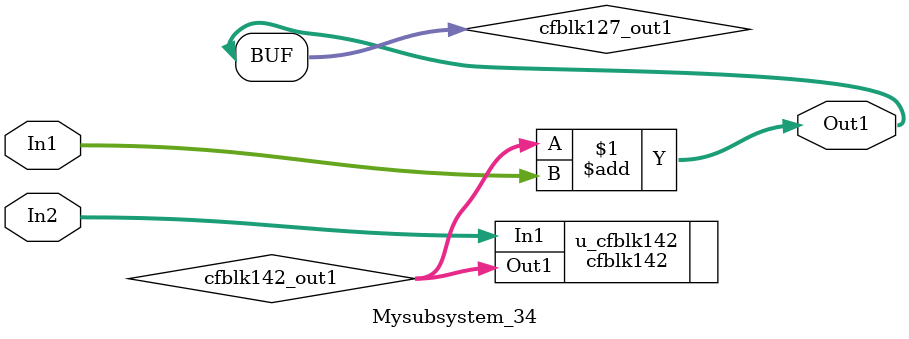
<source format=v>



`timescale 1 ns / 1 ns

module Mysubsystem_34
          (In1,
           In2,
           Out1);


  input   [7:0] In1;  // uint8
  input   [7:0] In2;  // uint8
  output  [7:0] Out1;  // uint8


  wire [7:0] cfblk142_out1;  // uint8
  wire [7:0] cfblk127_out1;  // uint8


  cfblk142 u_cfblk142 (.In1(In2),  // uint8
                       .Out1(cfblk142_out1)  // uint8
                       );

  assign cfblk127_out1 = cfblk142_out1 + In1;



  assign Out1 = cfblk127_out1;

endmodule  // Mysubsystem_34


</source>
